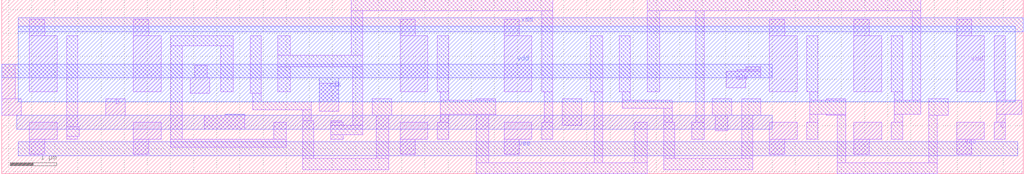
<source format=lef>
VERSION 5.7 ;
  NOWIREEXTENSIONATPIN ON ;
  DIVIDERCHAR "/" ;
  BUSBITCHARS "[]" ;
MACRO dff
  CLASS BLOCK ;
  FOREIGN dff ;
  ORIGIN 4.650 0.540 ;
  SIZE 22.080 BY 3.760 ;
  PIN D
    ANTENNAGATEAREA 0.253500 ;
    PORT
      LAYER li1 ;
        RECT -2.400 0.720 -1.980 1.080 ;
    END
  END D
  PIN clk
    ANTENNAGATEAREA 0.760500 ;
    PORT
      LAYER li1 ;
        RECT -4.650 1.080 -4.350 1.830 ;
        RECT -0.480 1.530 -0.210 1.800 ;
        RECT 11.430 1.710 11.760 1.770 ;
        RECT 11.250 1.680 11.760 1.710 ;
        RECT 11.010 1.530 11.760 1.680 ;
        RECT -0.570 1.200 -0.150 1.530 ;
        RECT -4.650 0.720 -4.230 1.080 ;
        RECT 2.220 0.810 2.640 1.410 ;
        RECT 11.010 1.320 11.430 1.530 ;
      LAYER met1 ;
        RECT -4.650 1.530 12.000 1.830 ;
        RECT 2.220 1.020 2.640 1.530 ;
    END
  END clk
  PIN Q
    ANTENNADIFFAREA 0.507000 ;
    PORT
      LAYER li1 ;
        RECT 16.800 1.230 17.040 2.440 ;
        RECT 16.860 1.050 17.040 1.230 ;
        RECT 16.860 0.750 17.400 1.050 ;
        RECT 16.860 0.570 17.040 0.750 ;
        RECT 16.800 0.210 17.040 0.570 ;
    END
  END Q
  PIN vss
    ANTENNADIFFAREA 2.028600 ;
    PORT
      LAYER li1 ;
        RECT -4.050 0.210 -3.450 0.570 ;
        RECT -1.800 0.210 -1.200 0.570 ;
        RECT 3.960 0.210 4.560 0.570 ;
        RECT 6.210 0.210 6.810 0.570 ;
        RECT 11.940 0.210 12.540 0.570 ;
        RECT 13.770 0.210 14.370 0.570 ;
        RECT 15.990 0.210 16.590 0.570 ;
        RECT -4.050 -0.120 -3.720 0.210 ;
        RECT -1.800 -0.120 -1.470 0.210 ;
        RECT 3.960 -0.120 4.290 0.210 ;
        RECT 6.210 -0.120 6.540 0.210 ;
        RECT 11.940 -0.120 12.270 0.210 ;
        RECT 13.770 -0.120 14.100 0.210 ;
        RECT 15.990 -0.120 16.320 0.210 ;
      LAYER met1 ;
        RECT -4.290 -0.150 17.310 0.150 ;
    END
  END vss
  PIN vdd
    ANTENNADIFFAREA 6.134100 ;
    PORT
      LAYER nwell ;
        RECT -4.290 1.020 17.250 2.650 ;
      LAYER li1 ;
        RECT -4.050 2.440 -3.720 2.800 ;
        RECT -1.800 2.440 -1.470 2.800 ;
        RECT 3.960 2.440 4.290 2.800 ;
        RECT 6.210 2.440 6.540 2.800 ;
        RECT 11.940 2.440 12.270 2.800 ;
        RECT 13.770 2.440 14.100 2.800 ;
        RECT 15.990 2.440 16.320 2.800 ;
        RECT -4.050 1.230 -3.450 2.440 ;
        RECT -1.800 1.230 -1.200 2.440 ;
        RECT 3.960 1.230 4.560 2.440 ;
        RECT 6.210 1.230 6.810 2.440 ;
        RECT 11.940 1.230 12.540 2.440 ;
        RECT 13.770 1.230 14.370 2.440 ;
        RECT 15.990 1.230 16.590 2.440 ;
      LAYER met1 ;
        RECT -4.290 2.530 17.430 2.830 ;
    END
  END vdd
  OBS
      LAYER li1 ;
        RECT 2.910 2.980 7.260 3.220 ;
        RECT -3.240 0.480 -3.000 2.440 ;
        RECT -0.990 2.230 0.360 2.440 ;
        RECT -3.240 0.270 -2.970 0.480 ;
        RECT -3.240 0.210 -3.000 0.270 ;
        RECT -0.990 0.210 -0.750 2.230 ;
        RECT 0.090 1.230 0.360 2.230 ;
        RECT 0.720 1.200 0.960 2.440 ;
        RECT 1.320 2.020 1.590 2.440 ;
        RECT 2.910 2.020 3.150 2.980 ;
        RECT 1.320 1.770 3.150 2.020 ;
        RECT 1.320 1.230 1.590 1.770 ;
        RECT 0.780 1.020 0.960 1.200 ;
        RECT 0.780 0.840 2.040 1.020 ;
        RECT 0.180 0.720 0.600 0.750 ;
        RECT -0.270 0.420 0.600 0.720 ;
        RECT 1.860 0.600 2.040 0.840 ;
        RECT 1.230 0.210 1.500 0.570 ;
        RECT -0.990 0.030 1.500 0.210 ;
        RECT 1.860 -0.210 2.100 0.600 ;
        RECT 2.460 0.570 2.700 0.600 ;
        RECT 2.460 0.510 2.730 0.570 ;
        RECT 2.940 0.510 3.150 1.770 ;
        RECT 4.770 1.230 5.010 2.440 ;
        RECT 7.020 1.230 7.260 2.980 ;
        RECT 9.300 2.980 15.210 3.220 ;
        RECT 8.070 1.230 8.340 2.440 ;
        RECT 8.700 1.230 8.940 2.440 ;
        RECT 9.300 1.230 9.570 2.980 ;
        RECT 3.360 0.720 3.780 1.080 ;
        RECT 4.830 1.050 5.010 1.230 ;
        RECT 5.610 1.050 6.030 1.080 ;
        RECT 4.830 0.750 6.030 1.050 ;
        RECT 2.460 0.300 3.150 0.510 ;
        RECT 2.460 0.210 2.730 0.300 ;
        RECT 3.450 -0.210 3.720 0.720 ;
        RECT 4.830 0.570 5.010 0.750 ;
        RECT 4.770 0.210 5.010 0.570 ;
        RECT 5.610 0.720 6.030 0.750 ;
        RECT 1.860 -0.450 3.720 -0.210 ;
        RECT 5.610 -0.300 5.880 0.720 ;
        RECT 7.080 0.570 7.260 1.230 ;
        RECT 7.020 0.210 7.260 0.570 ;
        RECT 7.470 0.510 7.890 1.080 ;
        RECT 8.160 -0.300 8.340 1.230 ;
        RECT 8.760 1.050 8.940 1.230 ;
        RECT 8.760 0.870 9.840 1.050 ;
        RECT 9.660 0.570 9.840 0.870 ;
        RECT 10.350 0.570 10.530 2.980 ;
        RECT 12.750 1.230 12.990 2.440 ;
        RECT 14.580 1.230 14.820 2.440 ;
        RECT 10.710 0.720 11.130 1.080 ;
        RECT 11.340 0.720 11.760 1.080 ;
        RECT 12.810 1.050 12.990 1.230 ;
        RECT 13.170 1.050 13.590 1.080 ;
        RECT 12.810 0.750 13.590 1.050 ;
        RECT 9.030 -0.300 9.300 0.570 ;
        RECT 5.610 -0.540 9.300 -0.300 ;
        RECT 9.660 -0.210 9.900 0.570 ;
        RECT 10.260 0.210 10.530 0.570 ;
        RECT 10.770 0.390 11.040 0.720 ;
        RECT 11.340 -0.210 11.580 0.720 ;
        RECT 12.810 0.570 12.990 0.750 ;
        RECT 13.170 0.720 13.590 0.750 ;
        RECT 12.750 0.210 12.990 0.570 ;
        RECT 9.660 -0.450 11.580 -0.210 ;
        RECT 13.410 -0.300 13.590 0.720 ;
        RECT 14.640 1.050 14.820 1.230 ;
        RECT 15.030 1.050 15.210 2.980 ;
        RECT 14.640 0.750 15.210 1.050 ;
        RECT 14.640 0.570 14.820 0.750 ;
        RECT 14.580 0.210 14.820 0.570 ;
        RECT 15.390 0.720 15.810 1.080 ;
        RECT 15.390 -0.300 15.570 0.720 ;
        RECT 13.410 -0.540 15.570 -0.300 ;
      LAYER met1 ;
        RECT 0.180 0.720 0.600 0.750 ;
        RECT -4.320 0.420 12.000 0.720 ;
  END
END dff
END LIBRARY


</source>
